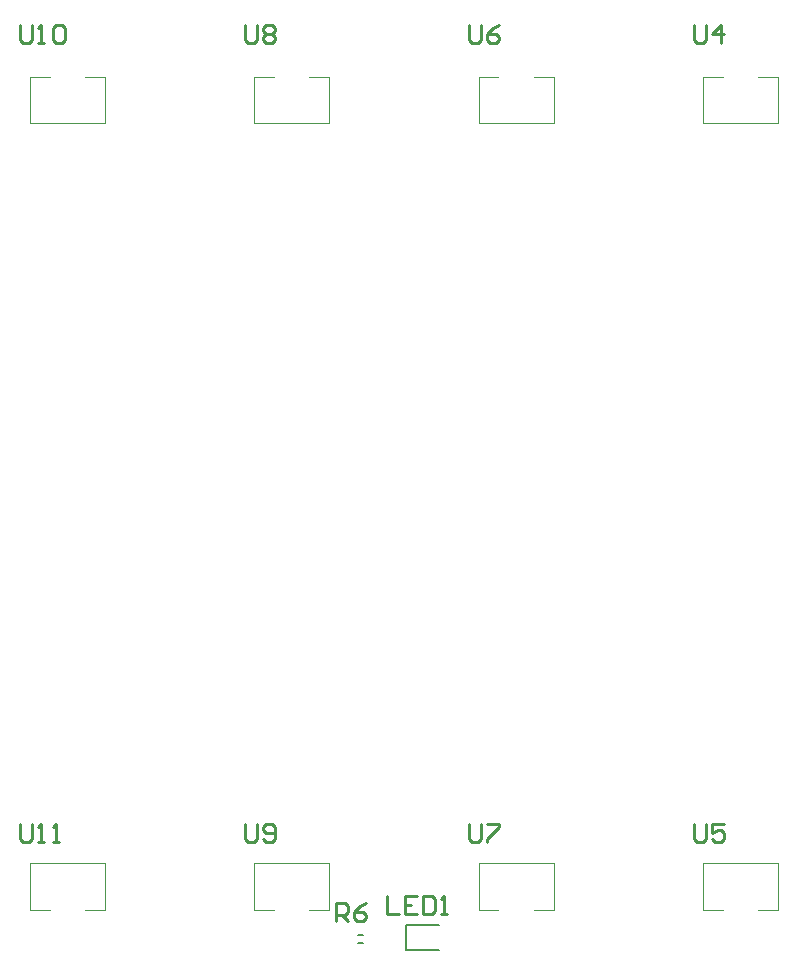
<source format=gto>
G04*
G04 #@! TF.GenerationSoftware,Altium Limited,Altium Designer,22.9.1 (49)*
G04*
G04 Layer_Color=65535*
%FSLAX25Y25*%
%MOIN*%
G70*
G04*
G04 #@! TF.SameCoordinates,80F2EAEC-CDE7-43A4-84F7-7BEF4F4580BA*
G04*
G04*
G04 #@! TF.FilePolarity,Positive*
G04*
G01*
G75*
%ADD10C,0.00394*%
%ADD11C,0.00787*%
%ADD12C,0.01000*%
D10*
X-258898Y-38480D02*
X-252303D01*
Y-54031D02*
Y-38480D01*
X-277303Y-54031D02*
X-252303D01*
X-277303D02*
Y-38480D01*
X-270709D01*
X-258897Y-316195D02*
X-252303D01*
Y-300643D01*
X-277303D02*
X-252303D01*
X-277303Y-316195D02*
Y-300643D01*
Y-316195D02*
X-270708D01*
X-127697Y-38480D02*
X-121102D01*
X-127697Y-54031D02*
Y-38480D01*
Y-54031D02*
X-102697D01*
Y-38480D01*
X-109292D02*
X-102697D01*
X-52893Y-316195D02*
X-46299D01*
X-52893D02*
Y-300643D01*
X-27893D01*
Y-316195D02*
Y-300643D01*
X-34488Y-316195D02*
X-27893D01*
X-34488Y-38480D02*
X-27894D01*
Y-54031D02*
Y-38480D01*
X-52894Y-54031D02*
X-27894D01*
X-52894D02*
Y-38480D01*
X-46299D01*
X-127696Y-316195D02*
X-121102D01*
X-127696D02*
Y-300643D01*
X-102696D01*
Y-316195D02*
Y-300643D01*
X-109291Y-316195D02*
X-102696D01*
X-202500D02*
X-195905D01*
X-202500D02*
Y-300643D01*
X-177499D01*
Y-316195D02*
Y-300643D01*
X-184094Y-316195D02*
X-177499D01*
X-184095Y-38480D02*
X-177500D01*
Y-54031D02*
Y-38480D01*
X-202500Y-54031D02*
X-177500D01*
X-202500D02*
Y-38480D01*
X-195906D01*
D11*
X-167736Y-324559D02*
X-166161D01*
X-167736Y-327315D02*
X-166161D01*
X-151925Y-329471D02*
X-140901D01*
X-151925D02*
Y-321203D01*
X-140901D01*
D12*
X-175293Y-319881D02*
Y-313883D01*
X-172294D01*
X-171294Y-314883D01*
Y-316882D01*
X-172294Y-317882D01*
X-175293D01*
X-173294D02*
X-171294Y-319881D01*
X-165296Y-313883D02*
X-167296Y-314883D01*
X-169295Y-316882D01*
Y-318882D01*
X-168295Y-319881D01*
X-166296D01*
X-165296Y-318882D01*
Y-317882D01*
X-166296Y-316882D01*
X-169295D01*
X-158301Y-311739D02*
Y-317737D01*
X-154302D01*
X-148304Y-311739D02*
X-152303D01*
Y-317737D01*
X-148304D01*
X-152303Y-314738D02*
X-150303D01*
X-146305Y-311739D02*
Y-317737D01*
X-143306D01*
X-142306Y-316738D01*
Y-312739D01*
X-143306Y-311739D01*
X-146305D01*
X-140307Y-317737D02*
X-138307D01*
X-139307D01*
Y-311739D01*
X-140307Y-312739D01*
X-280401Y-287539D02*
Y-292538D01*
X-279401Y-293537D01*
X-277402D01*
X-276402Y-292538D01*
Y-287539D01*
X-274403Y-293537D02*
X-272404D01*
X-273403D01*
Y-287539D01*
X-274403Y-288539D01*
X-269405Y-293537D02*
X-267405D01*
X-268405D01*
Y-287539D01*
X-269405Y-288539D01*
X-280401Y-21139D02*
Y-26138D01*
X-279401Y-27137D01*
X-277402D01*
X-276402Y-26138D01*
Y-21139D01*
X-274403Y-27137D02*
X-272404D01*
X-273403D01*
Y-21139D01*
X-274403Y-22139D01*
X-269405D02*
X-268405Y-21139D01*
X-266406D01*
X-265406Y-22139D01*
Y-26138D01*
X-266406Y-27137D01*
X-268405D01*
X-269405Y-26138D01*
Y-22139D01*
X-205601Y-287539D02*
Y-292538D01*
X-204601Y-293537D01*
X-202602D01*
X-201602Y-292538D01*
Y-287539D01*
X-199603Y-292538D02*
X-198603Y-293537D01*
X-196604D01*
X-195604Y-292538D01*
Y-288539D01*
X-196604Y-287539D01*
X-198603D01*
X-199603Y-288539D01*
Y-289539D01*
X-198603Y-290538D01*
X-195604D01*
X-205601Y-21139D02*
Y-26138D01*
X-204601Y-27137D01*
X-202602D01*
X-201602Y-26138D01*
Y-21139D01*
X-199603Y-22139D02*
X-198603Y-21139D01*
X-196604D01*
X-195604Y-22139D01*
Y-23139D01*
X-196604Y-24138D01*
X-195604Y-25138D01*
Y-26138D01*
X-196604Y-27137D01*
X-198603D01*
X-199603Y-26138D01*
Y-25138D01*
X-198603Y-24138D01*
X-199603Y-23139D01*
Y-22139D01*
X-198603Y-24138D02*
X-196604D01*
X-130801Y-287539D02*
Y-292538D01*
X-129801Y-293537D01*
X-127802D01*
X-126802Y-292538D01*
Y-287539D01*
X-124803D02*
X-120804D01*
Y-288539D01*
X-124803Y-292538D01*
Y-293537D01*
X-130801Y-21139D02*
Y-26138D01*
X-129801Y-27137D01*
X-127802D01*
X-126802Y-26138D01*
Y-21139D01*
X-120804D02*
X-122803Y-22139D01*
X-124803Y-24138D01*
Y-26138D01*
X-123803Y-27137D01*
X-121804D01*
X-120804Y-26138D01*
Y-25138D01*
X-121804Y-24138D01*
X-124803D01*
X-56001Y-287539D02*
Y-292538D01*
X-55001Y-293537D01*
X-53002D01*
X-52002Y-292538D01*
Y-287539D01*
X-46004D02*
X-50003D01*
Y-290538D01*
X-48004Y-289539D01*
X-47004D01*
X-46004Y-290538D01*
Y-292538D01*
X-47004Y-293537D01*
X-49003D01*
X-50003Y-292538D01*
X-56001Y-21139D02*
Y-26138D01*
X-55001Y-27137D01*
X-53002D01*
X-52002Y-26138D01*
Y-21139D01*
X-47004Y-27137D02*
Y-21139D01*
X-50003Y-24138D01*
X-46004D01*
M02*

</source>
